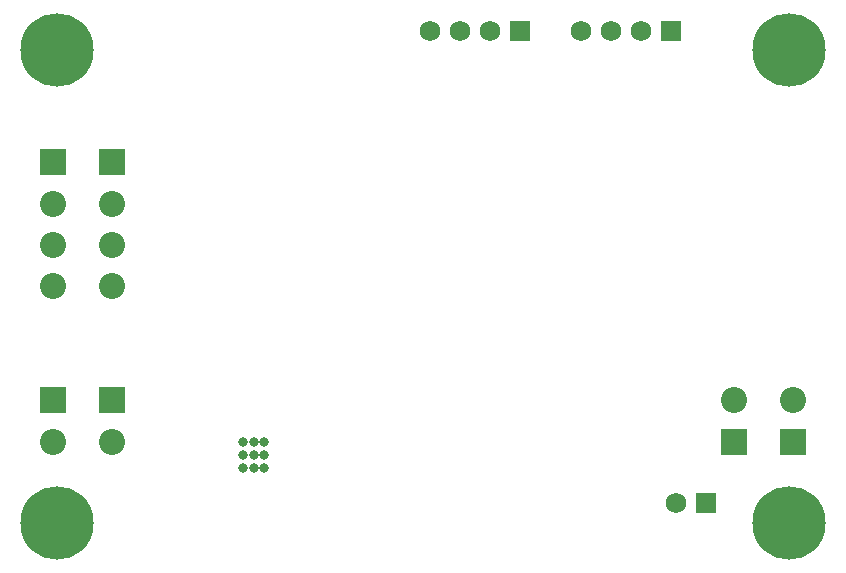
<source format=gbs>
G04*
G04 #@! TF.GenerationSoftware,Altium Limited,Altium Designer,21.0.9 (235)*
G04*
G04 Layer_Color=16711935*
%FSLAX44Y44*%
%MOMM*%
G71*
G04*
G04 #@! TF.SameCoordinates,B8152D85-E12F-4961-801D-9DD34C180D21*
G04*
G04*
G04 #@! TF.FilePolarity,Negative*
G04*
G01*
G75*
%ADD57C,1.7272*%
%ADD58R,1.7272X1.7272*%
%ADD59C,2.2032*%
%ADD60R,2.2032X2.2032*%
%ADD61C,6.2032*%
%ADD62C,0.8032*%
D57*
X504100Y451500D02*
D03*
X529500D02*
D03*
X478700D02*
D03*
X558900Y52000D02*
D03*
X351296Y451696D02*
D03*
X402095D02*
D03*
X376696D02*
D03*
D58*
X554900Y451500D02*
D03*
X584300Y52000D02*
D03*
X427495Y451696D02*
D03*
D59*
X608500Y138500D02*
D03*
X658500D02*
D03*
X32000Y103500D02*
D03*
X82000D02*
D03*
X32000Y270000D02*
D03*
Y305000D02*
D03*
X82000D02*
D03*
Y270000D02*
D03*
Y235000D02*
D03*
X32000D02*
D03*
D60*
X608500Y103500D02*
D03*
X658500D02*
D03*
X32000Y138500D02*
D03*
X82000D02*
D03*
X32000Y340000D02*
D03*
X82000D02*
D03*
D61*
X35000Y435000D02*
D03*
X655000D02*
D03*
X35000Y35000D02*
D03*
X655000D02*
D03*
D62*
X201950Y81650D02*
D03*
X210450D02*
D03*
X192950D02*
D03*
X201950Y92650D02*
D03*
X210450Y92651D02*
D03*
X192950Y92650D02*
D03*
Y103650D02*
D03*
X210450D02*
D03*
X201950D02*
D03*
M02*

</source>
